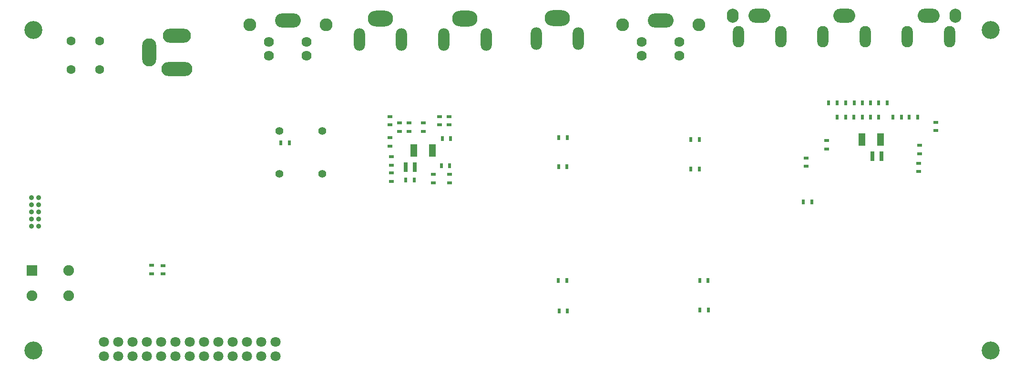
<source format=gbs>
%TF.GenerationSoftware,KiCad,Pcbnew,8.0.0-8.0.0-1~ubuntu23.10.1*%
%TF.CreationDate,2024-02-24T10:39:46+11:00*%
%TF.ProjectId,tbc,7462632e-6b69-4636-9164-5f7063625858,rev?*%
%TF.SameCoordinates,Original*%
%TF.FileFunction,Soldermask,Bot*%
%TF.FilePolarity,Negative*%
%FSLAX46Y46*%
G04 Gerber Fmt 4.6, Leading zero omitted, Abs format (unit mm)*
G04 Created by KiCad (PCBNEW 8.0.0-8.0.0-1~ubuntu23.10.1) date 2024-02-24 10:39:46*
%MOMM*%
%LPD*%
G01*
G04 APERTURE LIST*
%ADD10C,3.200000*%
%ADD11O,5.500000X2.500000*%
%ADD12O,5.000000X2.500000*%
%ADD13O,2.500000X5.000000*%
%ADD14O,4.500000X2.800000*%
%ADD15O,2.000000X4.000000*%
%ADD16C,1.400000*%
%ADD17C,2.290000*%
%ADD18O,4.580000X2.500000*%
%ADD19C,1.780000*%
%ADD20R,1.900000X1.900000*%
%ADD21C,1.900000*%
%ADD22C,0.900000*%
%ADD23O,2.100000X2.500000*%
%ADD24O,3.900000X2.500000*%
%ADD25O,2.000000X3.800000*%
%ADD26C,1.800000*%
%ADD27C,1.600000*%
%ADD28R,0.600000X0.900000*%
%ADD29R,0.900000X0.600000*%
%ADD30R,1.200000X2.300000*%
%ADD31R,0.800000X1.800000*%
G04 APERTURE END LIST*
D10*
%TO.C,MH1*%
X64750000Y-67100000D03*
%TD*%
D11*
%TO.C,J7*%
X90237500Y-74100000D03*
D12*
X90237500Y-68100000D03*
D13*
X85337500Y-71100000D03*
%TD*%
D14*
%TO.C,J5*%
X157800000Y-64975000D03*
D15*
X161550000Y-68675000D03*
X154050000Y-68675000D03*
%TD*%
D16*
%TO.C,X1*%
X108465000Y-92660000D03*
X116085000Y-92660000D03*
X116085000Y-85040000D03*
X108465000Y-85040000D03*
%TD*%
D17*
%TO.C,J4*%
X169380000Y-66225000D03*
D18*
X176140000Y-65415000D03*
D17*
X182900000Y-66225000D03*
D19*
X179490000Y-69225000D03*
X172790000Y-69225000D03*
X179490000Y-71715000D03*
X172790000Y-71715000D03*
%TD*%
D14*
%TO.C,J3*%
X126400000Y-65100000D03*
D15*
X130150000Y-68800000D03*
X122650000Y-68800000D03*
%TD*%
D17*
%TO.C,J1*%
X103190000Y-66195000D03*
D18*
X109950000Y-65385000D03*
D17*
X116710000Y-66195000D03*
D19*
X113300000Y-69195000D03*
X106600000Y-69195000D03*
X113300000Y-71685000D03*
X106600000Y-71685000D03*
%TD*%
D20*
%TO.C,SW1*%
X64500000Y-109850000D03*
D21*
X71000000Y-109850000D03*
X64500000Y-114350000D03*
X71000000Y-114350000D03*
%TD*%
D22*
%TO.C,J8*%
X64430000Y-96890000D03*
X65700000Y-96890000D03*
X64430000Y-98160000D03*
X65700000Y-98160000D03*
X64430000Y-99430000D03*
X65700000Y-99430000D03*
X64430000Y-100700000D03*
X65700000Y-100700000D03*
X64430000Y-101970000D03*
X65700000Y-101970000D03*
%TD*%
D10*
%TO.C,MH2*%
X64750000Y-124100000D03*
%TD*%
%TO.C,MH3*%
X234750000Y-67100000D03*
%TD*%
D23*
%TO.C,J6*%
X228530000Y-64590000D03*
X188930000Y-64590000D03*
D24*
X223730000Y-64590000D03*
D25*
X227480000Y-68290000D03*
X219980000Y-68290000D03*
D24*
X208730000Y-64590000D03*
D25*
X212480000Y-68290000D03*
X204980000Y-68290000D03*
D24*
X193730000Y-64590000D03*
D25*
X197480000Y-68290000D03*
X189980000Y-68290000D03*
%TD*%
D26*
%TO.C,J9*%
X77270000Y-125100000D03*
X77270000Y-122560000D03*
X79810000Y-125100000D03*
X79810000Y-122560000D03*
X82350000Y-125100000D03*
X82350000Y-122560000D03*
X84890000Y-125100000D03*
X84890000Y-122560000D03*
X87430000Y-125100000D03*
X87430000Y-122560000D03*
X89970000Y-125100000D03*
X89970000Y-122560000D03*
X92510000Y-125100000D03*
X92510000Y-122560000D03*
X95050000Y-125100000D03*
X95050000Y-122560000D03*
X97590000Y-125100000D03*
X97590000Y-122560000D03*
X100130000Y-125100000D03*
X100130000Y-122560000D03*
X102670000Y-125100000D03*
X102670000Y-122560000D03*
X105210000Y-125100000D03*
X105210000Y-122560000D03*
X107750000Y-125100000D03*
X107750000Y-122560000D03*
%TD*%
D27*
%TO.C,SW2*%
X76550000Y-69100000D03*
X71470000Y-69100000D03*
X76550000Y-74180000D03*
X71470000Y-74180000D03*
%TD*%
D14*
%TO.C,J2*%
X141400000Y-65100000D03*
D15*
X145150000Y-68800000D03*
X137650000Y-68800000D03*
%TD*%
D10*
%TO.C,MH4*%
X234750000Y-124100000D03*
%TD*%
D28*
%TO.C,C38*%
X216400000Y-80100000D03*
X214900000Y-80100000D03*
%TD*%
%TO.C,C40*%
X221800000Y-82600000D03*
X220300000Y-82600000D03*
%TD*%
D29*
%TO.C,C43*%
X222000000Y-92300000D03*
X222000000Y-90800000D03*
%TD*%
%TO.C,C4*%
X134000000Y-85150000D03*
X134000000Y-83650000D03*
%TD*%
D28*
%TO.C,C65*%
X184600000Y-116900000D03*
X183100000Y-116900000D03*
%TD*%
%TO.C,C13*%
X137350000Y-86400000D03*
X138850000Y-86400000D03*
%TD*%
D29*
%TO.C,C57*%
X87750000Y-110500000D03*
X87750000Y-109000000D03*
%TD*%
D28*
%TO.C,C33*%
X207500000Y-82600000D03*
X209000000Y-82600000D03*
%TD*%
%TO.C,C64*%
X159600000Y-117100000D03*
X158100000Y-117100000D03*
%TD*%
D30*
%TO.C,C1*%
X135650000Y-88500000D03*
X132350000Y-88500000D03*
%TD*%
D28*
%TO.C,C63*%
X181500000Y-91850000D03*
X183000000Y-91850000D03*
%TD*%
D29*
%TO.C,C58*%
X222100000Y-89100000D03*
X222100000Y-87600000D03*
%TD*%
%TO.C,C17*%
X128100000Y-84000000D03*
X128100000Y-82500000D03*
%TD*%
D28*
%TO.C,C12*%
X137200000Y-91270000D03*
X138700000Y-91270000D03*
%TD*%
%TO.C,C39*%
X218900000Y-82600000D03*
X217400000Y-82600000D03*
%TD*%
%TO.C,C30*%
X203000000Y-97650000D03*
X201500000Y-97650000D03*
%TD*%
D30*
%TO.C,C31*%
X215200000Y-86550000D03*
X211900000Y-86550000D03*
%TD*%
D29*
%TO.C,C5*%
X135800000Y-92790000D03*
X135800000Y-94290000D03*
%TD*%
%TO.C,C18*%
X128350000Y-92550000D03*
X128350000Y-94050000D03*
%TD*%
D28*
%TO.C,C26*%
X184575000Y-111625000D03*
X183075000Y-111625000D03*
%TD*%
D29*
%TO.C,C45*%
X205650000Y-86750000D03*
X205650000Y-88250000D03*
%TD*%
D28*
%TO.C,C24*%
X181500000Y-86575000D03*
X183000000Y-86575000D03*
%TD*%
%TO.C,C23*%
X159550000Y-86250000D03*
X158050000Y-86250000D03*
%TD*%
%TO.C,C35*%
X210450000Y-82600000D03*
X211950000Y-82600000D03*
%TD*%
D29*
%TO.C,C19*%
X128300000Y-89650000D03*
X128300000Y-91150000D03*
%TD*%
D28*
%TO.C,C20*%
X132400000Y-93750000D03*
X130900000Y-93750000D03*
%TD*%
D31*
%TO.C,L1*%
X130900000Y-91500000D03*
X132500000Y-91500000D03*
%TD*%
D29*
%TO.C,C2*%
X129780000Y-85140000D03*
X129780000Y-83640000D03*
%TD*%
D28*
%TO.C,C34*%
X209000000Y-80100000D03*
X210500000Y-80100000D03*
%TD*%
%TO.C,C32*%
X206000000Y-80100000D03*
X207500000Y-80100000D03*
%TD*%
%TO.C,C25*%
X159475000Y-111650000D03*
X157975000Y-111650000D03*
%TD*%
D29*
%TO.C,C21*%
X128070000Y-87740000D03*
X128070000Y-86240000D03*
%TD*%
%TO.C,C3*%
X131450000Y-85150000D03*
X131450000Y-83650000D03*
%TD*%
%TO.C,C59*%
X136900000Y-84000000D03*
X136900000Y-82500000D03*
%TD*%
D28*
%TO.C,C36*%
X213450000Y-80100000D03*
X211950000Y-80100000D03*
%TD*%
D29*
%TO.C,C16*%
X138550000Y-84000000D03*
X138550000Y-82500000D03*
%TD*%
D28*
%TO.C,C60*%
X110200000Y-87200000D03*
X108700000Y-87200000D03*
%TD*%
D29*
%TO.C,C46*%
X225000000Y-85000000D03*
X225000000Y-83500000D03*
%TD*%
%TO.C,C15*%
X138700000Y-92800000D03*
X138700000Y-94300000D03*
%TD*%
D28*
%TO.C,C37*%
X213400000Y-82600000D03*
X214900000Y-82600000D03*
%TD*%
D29*
%TO.C,C56*%
X85750000Y-110450000D03*
X85750000Y-108950000D03*
%TD*%
%TO.C,C41*%
X201950000Y-91350000D03*
X201950000Y-89850000D03*
%TD*%
D31*
%TO.C,L3*%
X213800000Y-89550000D03*
X215400000Y-89550000D03*
%TD*%
D28*
%TO.C,C62*%
X159525000Y-91450000D03*
X158025000Y-91450000D03*
%TD*%
M02*

</source>
